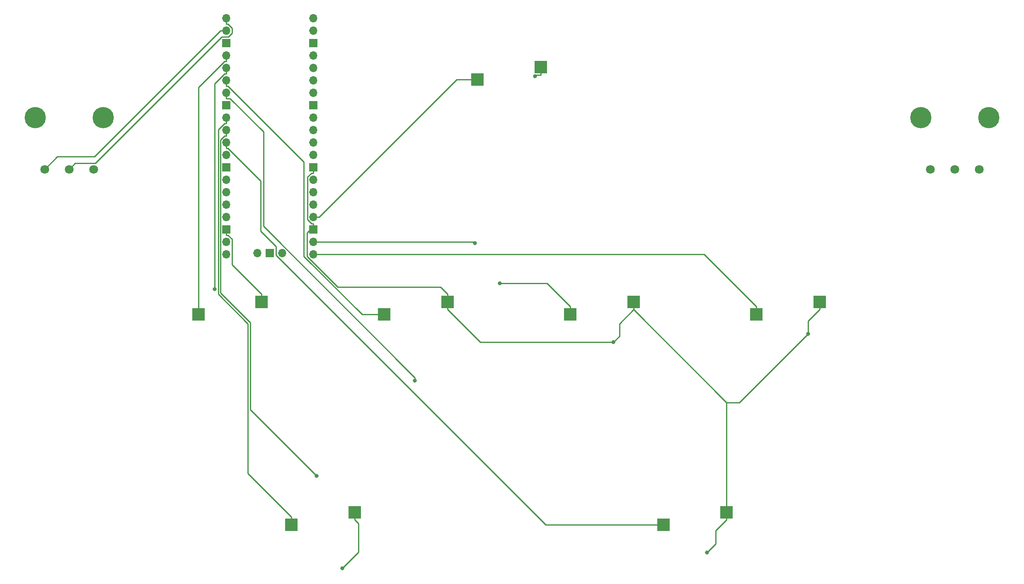
<source format=gbl>
G04 #@! TF.GenerationSoftware,KiCad,Pcbnew,7.0.8*
G04 #@! TF.CreationDate,2023-11-04T04:32:00-07:00*
G04 #@! TF.ProjectId,picovoltexv2,7069636f-766f-46c7-9465-7876322e6b69,rev?*
G04 #@! TF.SameCoordinates,Original*
G04 #@! TF.FileFunction,Copper,L2,Bot*
G04 #@! TF.FilePolarity,Positive*
%FSLAX46Y46*%
G04 Gerber Fmt 4.6, Leading zero omitted, Abs format (unit mm)*
G04 Created by KiCad (PCBNEW 7.0.8) date 2023-11-04 04:32:00*
%MOMM*%
%LPD*%
G01*
G04 APERTURE LIST*
G04 #@! TA.AperFunction,ComponentPad*
%ADD10C,1.800000*%
G04 #@! TD*
G04 #@! TA.AperFunction,ComponentPad*
%ADD11C,4.350000*%
G04 #@! TD*
G04 #@! TA.AperFunction,SMDPad,CuDef*
%ADD12R,2.550000X2.500000*%
G04 #@! TD*
G04 #@! TA.AperFunction,ComponentPad*
%ADD13O,1.700000X1.700000*%
G04 #@! TD*
G04 #@! TA.AperFunction,ComponentPad*
%ADD14R,1.700000X1.700000*%
G04 #@! TD*
G04 #@! TA.AperFunction,ViaPad*
%ADD15C,0.800000*%
G04 #@! TD*
G04 #@! TA.AperFunction,Conductor*
%ADD16C,0.250000*%
G04 #@! TD*
G04 APERTURE END LIST*
D10*
X56900000Y-69320000D03*
X61900000Y-69320000D03*
X66900000Y-69320000D03*
D11*
X54950000Y-58820000D03*
X68850000Y-58820000D03*
D12*
X183315000Y-141980000D03*
X196242000Y-139440000D03*
D10*
X237900000Y-69320000D03*
X242900000Y-69320000D03*
X247900000Y-69320000D03*
D11*
X235950000Y-58820000D03*
X249850000Y-58820000D03*
D12*
X164315000Y-98980000D03*
X177242000Y-96440000D03*
X107315000Y-141980000D03*
X120242000Y-139440000D03*
D13*
X94010000Y-38445000D03*
X94010000Y-40985000D03*
D14*
X94010000Y-43525000D03*
D13*
X94010000Y-46065000D03*
X94010000Y-48605000D03*
X94010000Y-51145000D03*
X94010000Y-53685000D03*
D14*
X94010000Y-56225000D03*
D13*
X94010000Y-58765000D03*
X94010000Y-61305000D03*
X94010000Y-63845000D03*
X94010000Y-66385000D03*
D14*
X94010000Y-68925000D03*
D13*
X94010000Y-71465000D03*
X94010000Y-74005000D03*
X94010000Y-76545000D03*
X94010000Y-79085000D03*
D14*
X94010000Y-81625000D03*
D13*
X94010000Y-84165000D03*
X94010000Y-86705000D03*
X111790000Y-86705000D03*
X111790000Y-84165000D03*
D14*
X111790000Y-81625000D03*
D13*
X111790000Y-79085000D03*
X111790000Y-76545000D03*
X111790000Y-74005000D03*
X111790000Y-71465000D03*
D14*
X111790000Y-68925000D03*
D13*
X111790000Y-66385000D03*
X111790000Y-63845000D03*
X111790000Y-61305000D03*
X111790000Y-58765000D03*
D14*
X111790000Y-56225000D03*
D13*
X111790000Y-53685000D03*
X111790000Y-51145000D03*
X111790000Y-48605000D03*
X111790000Y-46065000D03*
D14*
X111790000Y-43525000D03*
D13*
X111790000Y-40985000D03*
X111790000Y-38445000D03*
X100360000Y-86475000D03*
D14*
X102900000Y-86475000D03*
D13*
X105440000Y-86475000D03*
D12*
X145315000Y-50980000D03*
X158242000Y-48440000D03*
X126315000Y-98980000D03*
X139242000Y-96440000D03*
X202315000Y-98980000D03*
X215242000Y-96440000D03*
X88315000Y-98980000D03*
X101242000Y-96440000D03*
D15*
X144824900Y-84437700D03*
X91615400Y-93840500D03*
X112492600Y-132020000D03*
X132550700Y-112530600D03*
X149929800Y-92641200D03*
X117734000Y-150870000D03*
X173140300Y-104689400D03*
X157058500Y-50295900D03*
X192199600Y-147697500D03*
X212877200Y-102994600D03*
D16*
X94375800Y-39621900D02*
X94010000Y-39621900D01*
X95205500Y-40451600D02*
X94375800Y-39621900D01*
X95205500Y-41522400D02*
X95205500Y-40451600D01*
X94472800Y-42255100D02*
X95205500Y-41522400D01*
X93117600Y-42255100D02*
X94472800Y-42255100D01*
X67279600Y-68093100D02*
X93117600Y-42255100D01*
X63126900Y-68093100D02*
X67279600Y-68093100D01*
X61900000Y-69320000D02*
X63126900Y-68093100D01*
X94010000Y-38445000D02*
X94010000Y-39621900D01*
X144552200Y-84165000D02*
X144824900Y-84437700D01*
X111790000Y-84165000D02*
X144552200Y-84165000D01*
X91615400Y-51808700D02*
X91615400Y-93840500D01*
X93642200Y-49781900D02*
X91615400Y-51808700D01*
X94010000Y-49781900D02*
X93642200Y-49781900D01*
X94010000Y-48605000D02*
X94010000Y-49781900D01*
X59473700Y-66746300D02*
X56900000Y-69320000D01*
X67071800Y-66746300D02*
X59473700Y-66746300D01*
X92833100Y-40985000D02*
X67071800Y-66746300D01*
X94010000Y-40985000D02*
X92833100Y-40985000D01*
X98928600Y-118456000D02*
X112492600Y-132020000D01*
X98928600Y-100661900D02*
X98928600Y-118456000D01*
X92829300Y-94562600D02*
X98928600Y-100661900D01*
X92829300Y-63357300D02*
X92829300Y-94562600D01*
X93704700Y-62481900D02*
X92829300Y-63357300D01*
X94010000Y-62481900D02*
X93704700Y-62481900D01*
X94010000Y-61305000D02*
X94010000Y-62481900D01*
X94010000Y-53685000D02*
X94010000Y-54861900D01*
X94819100Y-54861900D02*
X94010000Y-54861900D01*
X101608700Y-61651500D02*
X94819100Y-54861900D01*
X101608700Y-80979300D02*
X101608700Y-61651500D01*
X132550700Y-111921300D02*
X101608700Y-80979300D01*
X132550700Y-112530600D02*
X132550700Y-111921300D01*
X159278200Y-141980000D02*
X183315000Y-141980000D01*
X104169900Y-86871700D02*
X159278200Y-141980000D01*
X104169900Y-85075500D02*
X104169900Y-86871700D01*
X101054200Y-81959800D02*
X104169900Y-85075500D01*
X101054200Y-71698300D02*
X101054200Y-81959800D01*
X94377800Y-65021900D02*
X101054200Y-71698300D01*
X94010000Y-65021900D02*
X94377800Y-65021900D01*
X94010000Y-63845000D02*
X94010000Y-65021900D01*
X94010000Y-58765000D02*
X94010000Y-59941900D01*
X107315000Y-141980000D02*
X107315000Y-140403100D01*
X93642200Y-59941900D02*
X94010000Y-59941900D01*
X92377400Y-61206700D02*
X93642200Y-59941900D01*
X92377400Y-94849100D02*
X92377400Y-61206700D01*
X98447800Y-100919500D02*
X92377400Y-94849100D01*
X98447800Y-131535900D02*
X98447800Y-100919500D01*
X107315000Y-140403100D02*
X98447800Y-131535900D01*
X191616900Y-86705000D02*
X202315000Y-97403100D01*
X111790000Y-86705000D02*
X191616900Y-86705000D01*
X202315000Y-98980000D02*
X202315000Y-97403100D01*
X164315000Y-98980000D02*
X164315000Y-97403100D01*
X159553100Y-92641200D02*
X164315000Y-97403100D01*
X149929800Y-92641200D02*
X159553100Y-92641200D01*
X94010000Y-51145000D02*
X94010000Y-52321900D01*
X121757500Y-98980000D02*
X126315000Y-98980000D01*
X109890400Y-87112900D02*
X121757500Y-98980000D01*
X109890400Y-67829800D02*
X109890400Y-87112900D01*
X94382500Y-52321900D02*
X109890400Y-67829800D01*
X94010000Y-52321900D02*
X94382500Y-52321900D01*
X88315000Y-52569100D02*
X88315000Y-98980000D01*
X93642200Y-47241900D02*
X88315000Y-52569100D01*
X94010000Y-47241900D02*
X93642200Y-47241900D01*
X94010000Y-46065000D02*
X94010000Y-47241900D01*
X111422100Y-70101900D02*
X111790000Y-70101900D01*
X110613100Y-70910900D02*
X111422100Y-70101900D01*
X110613100Y-79639000D02*
X110613100Y-70910900D01*
X111422200Y-80448100D02*
X110613100Y-79639000D01*
X111790000Y-80448100D02*
X111422200Y-80448100D01*
X111790000Y-68925000D02*
X111790000Y-70101900D01*
X120996000Y-147608000D02*
X117734000Y-150870000D01*
X120996000Y-141770900D02*
X120996000Y-147608000D01*
X120242000Y-141016900D02*
X120996000Y-141770900D01*
X120242000Y-139440000D02*
X120242000Y-141016900D01*
X157337500Y-50016900D02*
X157058500Y-50295900D01*
X158242000Y-50016900D02*
X157337500Y-50016900D01*
X158242000Y-48440000D02*
X158242000Y-50016900D01*
X177242000Y-96440000D02*
X177242000Y-98016900D01*
X95186900Y-88808000D02*
X101242000Y-94863100D01*
X95186900Y-83610900D02*
X95186900Y-88808000D01*
X94377900Y-82801900D02*
X95186900Y-83610900D01*
X94010000Y-82801900D02*
X94377900Y-82801900D01*
X94010000Y-81625000D02*
X94010000Y-82801900D01*
X101242000Y-96440000D02*
X101242000Y-94863100D01*
X111790000Y-81625000D02*
X111790000Y-81036500D01*
X111790000Y-81036500D02*
X111790000Y-80448100D01*
X137754000Y-93375100D02*
X139242000Y-94863100D01*
X116795700Y-93375100D02*
X137754000Y-93375100D01*
X110550400Y-87129800D02*
X116795700Y-93375100D01*
X110550400Y-82276100D02*
X110550400Y-87129800D01*
X111790000Y-81036500D02*
X110550400Y-82276100D01*
X139242000Y-96440000D02*
X139242000Y-94863100D01*
X174340100Y-103489600D02*
X173140300Y-104689400D01*
X174340100Y-100918800D02*
X174340100Y-103489600D01*
X177242000Y-98016900D02*
X174340100Y-100918800D01*
X145914500Y-104689400D02*
X139242000Y-98016900D01*
X173140300Y-104689400D02*
X145914500Y-104689400D01*
X139242000Y-96440000D02*
X139242000Y-98016900D01*
X196242000Y-139440000D02*
X196242000Y-141016900D01*
X194026900Y-145870200D02*
X192199600Y-147697500D01*
X194026900Y-143232000D02*
X194026900Y-145870200D01*
X196242000Y-141016900D02*
X194026900Y-143232000D01*
X215242000Y-96440000D02*
X215242000Y-98016900D01*
X177242000Y-98016900D02*
X196242000Y-117016900D01*
X196242000Y-117016900D02*
X196242000Y-139440000D01*
X212877200Y-100381700D02*
X212877200Y-102994600D01*
X215242000Y-98016900D02*
X212877200Y-100381700D01*
X198854900Y-117016900D02*
X212877200Y-102994600D01*
X196242000Y-117016900D02*
X198854900Y-117016900D01*
X141071900Y-50980000D02*
X145315000Y-50980000D01*
X112966900Y-79085000D02*
X141071900Y-50980000D01*
X111790000Y-79085000D02*
X112966900Y-79085000D01*
M02*

</source>
